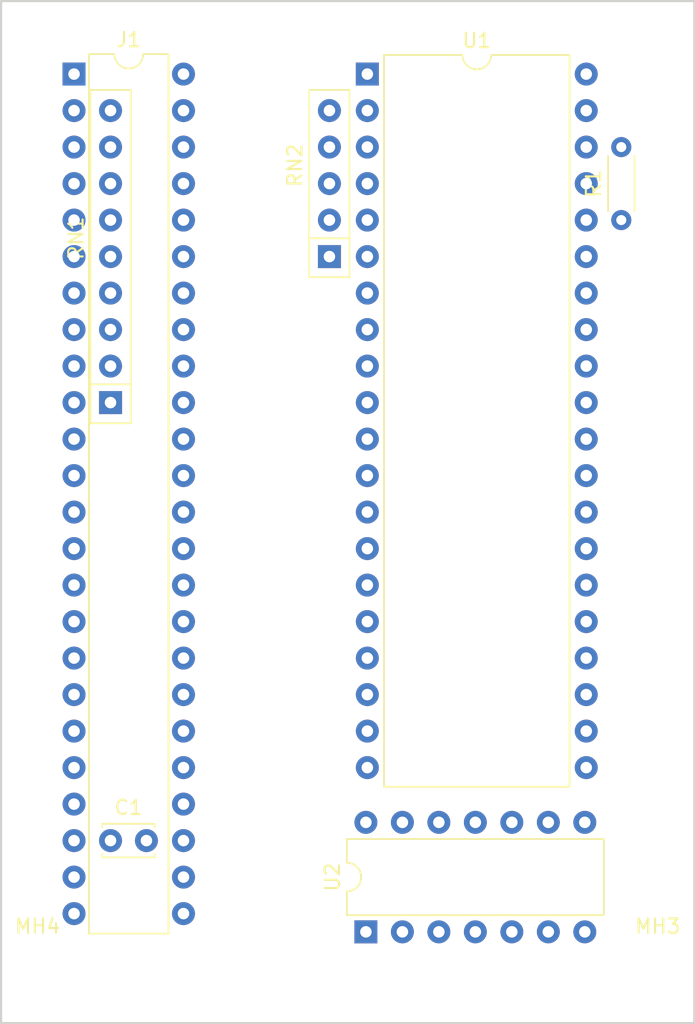
<source format=kicad_pcb>
(kicad_pcb (version 20171130) (host pcbnew 5.1.5+dfsg1-2build2)

  (general
    (thickness 1.6)
    (drawings 4)
    (tracks 0)
    (zones 0)
    (modules 11)
    (nets 51)
  )

  (page A4)
  (layers
    (0 F.Cu signal hide)
    (31 B.Cu signal)
    (32 B.Adhes user)
    (33 F.Adhes user)
    (34 B.Paste user)
    (35 F.Paste user)
    (36 B.SilkS user)
    (37 F.SilkS user)
    (38 B.Mask user)
    (39 F.Mask user)
    (40 Dwgs.User user)
    (41 Cmts.User user)
    (42 Eco1.User user)
    (43 Eco2.User user)
    (44 Edge.Cuts user)
    (45 Margin user)
    (46 B.CrtYd user)
    (47 F.CrtYd user)
    (48 B.Fab user)
    (49 F.Fab user)
  )

  (setup
    (last_trace_width 0.2)
    (user_trace_width 0.2)
    (user_trace_width 0.4)
    (user_trace_width 0.6)
    (user_trace_width 0.8)
    (user_trace_width 1)
    (user_trace_width 1.2)
    (user_trace_width 1.6)
    (user_trace_width 2)
    (trace_clearance 0.2)
    (zone_clearance 0.35)
    (zone_45_only no)
    (trace_min 0.1524)
    (via_size 0.6)
    (via_drill 0.3)
    (via_min_size 0.5)
    (via_min_drill 0.2)
    (user_via 0.9 0.5)
    (user_via 1.2 0.8)
    (user_via 1.4 0.9)
    (user_via 1.5 1)
    (uvia_size 0.3)
    (uvia_drill 0.1)
    (uvias_allowed no)
    (uvia_min_size 0.2)
    (uvia_min_drill 0.1)
    (edge_width 0.15)
    (segment_width 0.2)
    (pcb_text_width 0.3)
    (pcb_text_size 1.5 1.5)
    (mod_edge_width 0.15)
    (mod_text_size 1 1)
    (mod_text_width 0.15)
    (pad_size 3.2 3.2)
    (pad_drill 3.2)
    (pad_to_mask_clearance 0.051)
    (solder_mask_min_width 0.25)
    (aux_axis_origin 101 70)
    (grid_origin 101 70)
    (visible_elements FFFDFF7F)
    (pcbplotparams
      (layerselection 0x010fc_ffffffff)
      (usegerberextensions false)
      (usegerberattributes false)
      (usegerberadvancedattributes false)
      (creategerberjobfile false)
      (excludeedgelayer true)
      (linewidth 0.100000)
      (plotframeref false)
      (viasonmask false)
      (mode 1)
      (useauxorigin false)
      (hpglpennumber 1)
      (hpglpenspeed 20)
      (hpglpendiameter 15.000000)
      (psnegative false)
      (psa4output false)
      (plotreference true)
      (plotvalue true)
      (plotinvisibletext false)
      (padsonsilk false)
      (subtractmaskfromsilk false)
      (outputformat 1)
      (mirror false)
      (drillshape 1)
      (scaleselection 1)
      (outputdirectory ""))
  )

  (net 0 "")
  (net 1 VCC)
  (net 2 GND)
  (net 3 /P53)
  (net 4 "Net-(J1-Pad30)")
  (net 5 /P26)
  (net 6 "Net-(J1-Pad27)")
  (net 7 /P27)
  (net 8 /P47)
  (net 9 /P46)
  (net 10 "Net-(J1-Pad26)")
  (net 11 "Net-(J1-Pad19)")
  (net 12 /P25)
  (net 13 /P24)
  (net 14 /P23)
  (net 15 /P22)
  (net 16 /P21)
  (net 17 /P20)
  (net 18 /P34)
  (net 19 "Net-(J1-Pad10)")
  (net 20 /P35)
  (net 21 /P17)
  (net 22 /P36)
  (net 23 /P16)
  (net 24 "Net-(J1-Pad39)")
  (net 25 /P15)
  (net 26 /P14)
  (net 27 /P41)
  (net 28 /P13)
  (net 29 /P42)
  (net 30 /P12)
  (net 31 /P11)
  (net 32 /P10)
  (net 33 /P33)
  (net 34 /P32)
  (net 35 /P31)
  (net 36 /P30)
  (net 37 /P51)
  (net 38 /P55)
  (net 39 /P43)
  (net 40 /P37)
  (net 41 /P52)
  (net 42 /P45)
  (net 43 /P54)
  (net 44 /P44)
  (net 45 /P40)
  (net 46 /P50)
  (net 47 "Net-(U1-Pad40)")
  (net 48 "Net-(U1-Pad37)")
  (net 49 "Net-(U1-Pad36)")
  (net 50 "Net-(U2-Pad11)")

  (net_class Default "This is the default net class."
    (clearance 0.2)
    (trace_width 0.2)
    (via_dia 0.6)
    (via_drill 0.3)
    (uvia_dia 0.3)
    (uvia_drill 0.1)
    (diff_pair_width 0.2)
    (diff_pair_gap 0.2)
    (add_net /P10)
    (add_net /P11)
    (add_net /P12)
    (add_net /P13)
    (add_net /P14)
    (add_net /P15)
    (add_net /P16)
    (add_net /P17)
    (add_net /P20)
    (add_net /P21)
    (add_net /P22)
    (add_net /P23)
    (add_net /P24)
    (add_net /P25)
    (add_net /P26)
    (add_net /P27)
    (add_net /P30)
    (add_net /P31)
    (add_net /P32)
    (add_net /P33)
    (add_net /P34)
    (add_net /P35)
    (add_net /P36)
    (add_net /P37)
    (add_net /P40)
    (add_net /P41)
    (add_net /P42)
    (add_net /P43)
    (add_net /P44)
    (add_net /P45)
    (add_net /P46)
    (add_net /P47)
    (add_net /P50)
    (add_net /P51)
    (add_net /P52)
    (add_net /P53)
    (add_net /P54)
    (add_net /P55)
    (add_net GND)
    (add_net "Net-(J1-Pad10)")
    (add_net "Net-(J1-Pad19)")
    (add_net "Net-(J1-Pad26)")
    (add_net "Net-(J1-Pad27)")
    (add_net "Net-(J1-Pad30)")
    (add_net "Net-(J1-Pad39)")
    (add_net "Net-(U1-Pad36)")
    (add_net "Net-(U1-Pad37)")
    (add_net "Net-(U1-Pad40)")
    (add_net "Net-(U2-Pad11)")
    (add_net VCC)
  )

  (module Resistor_THT:R_Axial_DIN0204_L3.6mm_D1.6mm_P5.08mm_Horizontal (layer F.Cu) (tedit 5AE5139B) (tstamp 61DC0343)
    (at 141.64 82.7 90)
    (descr "Resistor, Axial_DIN0204 series, Axial, Horizontal, pin pitch=5.08mm, 0.167W, length*diameter=3.6*1.6mm^2, http://cdn-reichelt.de/documents/datenblatt/B400/1_4W%23YAG.pdf")
    (tags "Resistor Axial_DIN0204 series Axial Horizontal pin pitch 5.08mm 0.167W length 3.6mm diameter 1.6mm")
    (path /61FAB9CE)
    (fp_text reference R1 (at 2.54 -1.92 90) (layer F.SilkS)
      (effects (font (size 1 1) (thickness 0.15)))
    )
    (fp_text value 10k (at 2.54 1.92 90) (layer F.Fab)
      (effects (font (size 1 1) (thickness 0.15)))
    )
    (fp_text user %R (at 2.54 0 90) (layer F.Fab)
      (effects (font (size 0.72 0.72) (thickness 0.108)))
    )
    (fp_line (start 6.03 -1.05) (end -0.95 -1.05) (layer F.CrtYd) (width 0.05))
    (fp_line (start 6.03 1.05) (end 6.03 -1.05) (layer F.CrtYd) (width 0.05))
    (fp_line (start -0.95 1.05) (end 6.03 1.05) (layer F.CrtYd) (width 0.05))
    (fp_line (start -0.95 -1.05) (end -0.95 1.05) (layer F.CrtYd) (width 0.05))
    (fp_line (start 0.62 0.92) (end 4.46 0.92) (layer F.SilkS) (width 0.12))
    (fp_line (start 0.62 -0.92) (end 4.46 -0.92) (layer F.SilkS) (width 0.12))
    (fp_line (start 5.08 0) (end 4.34 0) (layer F.Fab) (width 0.1))
    (fp_line (start 0 0) (end 0.74 0) (layer F.Fab) (width 0.1))
    (fp_line (start 4.34 -0.8) (end 0.74 -0.8) (layer F.Fab) (width 0.1))
    (fp_line (start 4.34 0.8) (end 4.34 -0.8) (layer F.Fab) (width 0.1))
    (fp_line (start 0.74 0.8) (end 4.34 0.8) (layer F.Fab) (width 0.1))
    (fp_line (start 0.74 -0.8) (end 0.74 0.8) (layer F.Fab) (width 0.1))
    (pad 2 thru_hole oval (at 5.08 0 90) (size 1.4 1.4) (drill 0.7) (layers *.Cu *.Mask)
      (net 42 /P45))
    (pad 1 thru_hole circle (at 0 0 90) (size 1.4 1.4) (drill 0.7) (layers *.Cu *.Mask)
      (net 1 VCC))
    (model ${KISYS3DMOD}/Resistor_THT.3dshapes/R_Axial_DIN0204_L3.6mm_D1.6mm_P5.08mm_Horizontal.wrl
      (at (xyz 0 0 0))
      (scale (xyz 1 1 1))
      (rotate (xyz 0 0 0))
    )
  )

  (module Resistor_THT:R_Array_SIP5 (layer F.Cu) (tedit 5A14249F) (tstamp 61DBF75A)
    (at 121.32 85.24 90)
    (descr "5-pin Resistor SIP pack")
    (tags R)
    (path /61DFCF09)
    (fp_text reference RN2 (at 6.35 -2.4 90) (layer F.SilkS)
      (effects (font (size 1 1) (thickness 0.15)))
    )
    (fp_text value 10k (at 6.35 2.4 90) (layer F.Fab)
      (effects (font (size 1 1) (thickness 0.15)))
    )
    (fp_line (start 11.9 -1.65) (end -1.7 -1.65) (layer F.CrtYd) (width 0.05))
    (fp_line (start 11.9 1.65) (end 11.9 -1.65) (layer F.CrtYd) (width 0.05))
    (fp_line (start -1.7 1.65) (end 11.9 1.65) (layer F.CrtYd) (width 0.05))
    (fp_line (start -1.7 -1.65) (end -1.7 1.65) (layer F.CrtYd) (width 0.05))
    (fp_line (start 1.27 -1.4) (end 1.27 1.4) (layer F.SilkS) (width 0.12))
    (fp_line (start 11.6 -1.4) (end -1.44 -1.4) (layer F.SilkS) (width 0.12))
    (fp_line (start 11.6 1.4) (end 11.6 -1.4) (layer F.SilkS) (width 0.12))
    (fp_line (start -1.44 1.4) (end 11.6 1.4) (layer F.SilkS) (width 0.12))
    (fp_line (start -1.44 -1.4) (end -1.44 1.4) (layer F.SilkS) (width 0.12))
    (fp_line (start 1.27 -1.25) (end 1.27 1.25) (layer F.Fab) (width 0.1))
    (fp_line (start 11.45 -1.25) (end -1.29 -1.25) (layer F.Fab) (width 0.1))
    (fp_line (start 11.45 1.25) (end 11.45 -1.25) (layer F.Fab) (width 0.1))
    (fp_line (start -1.29 1.25) (end 11.45 1.25) (layer F.Fab) (width 0.1))
    (fp_line (start -1.29 -1.25) (end -1.29 1.25) (layer F.Fab) (width 0.1))
    (fp_text user %R (at 5.08 0 90) (layer F.Fab)
      (effects (font (size 1 1) (thickness 0.15)))
    )
    (pad 5 thru_hole oval (at 10.16 0 90) (size 1.6 1.6) (drill 0.8) (layers *.Cu *.Mask)
      (net 41 /P52))
    (pad 4 thru_hole oval (at 7.62 0 90) (size 1.6 1.6) (drill 0.8) (layers *.Cu *.Mask)
      (net 46 /P50))
    (pad 3 thru_hole oval (at 5.08 0 90) (size 1.6 1.6) (drill 0.8) (layers *.Cu *.Mask)
      (net 29 /P42))
    (pad 2 thru_hole oval (at 2.54 0 90) (size 1.6 1.6) (drill 0.8) (layers *.Cu *.Mask)
      (net 39 /P43))
    (pad 1 thru_hole rect (at 0 0 90) (size 1.6 1.6) (drill 0.8) (layers *.Cu *.Mask)
      (net 1 VCC))
    (model ${KISYS3DMOD}/Resistor_THT.3dshapes/R_Array_SIP5.wrl
      (at (xyz 0 0 0))
      (scale (xyz 1 1 1))
      (rotate (xyz 0 0 0))
    )
  )

  (module Capacitor_THT:C_Disc_D3.4mm_W2.1mm_P2.50mm (layer F.Cu) (tedit 5AE50EF0) (tstamp 61A4670F)
    (at 106.08 125.88)
    (descr "C, Disc series, Radial, pin pitch=2.50mm, , diameter*width=3.4*2.1mm^2, Capacitor, http://www.vishay.com/docs/45233/krseries.pdf")
    (tags "C Disc series Radial pin pitch 2.50mm  diameter 3.4mm width 2.1mm Capacitor")
    (path /5D0E12B4)
    (fp_text reference C1 (at 1.25 -2.3) (layer F.SilkS)
      (effects (font (size 1 1) (thickness 0.15)))
    )
    (fp_text value 0.1u (at 1.25 2.3) (layer F.Fab)
      (effects (font (size 1 1) (thickness 0.15)))
    )
    (fp_text user %R (at 1.25 0) (layer F.Fab)
      (effects (font (size 0.68 0.68) (thickness 0.102)))
    )
    (fp_line (start 3.55 -1.3) (end -1.05 -1.3) (layer F.CrtYd) (width 0.05))
    (fp_line (start 3.55 1.3) (end 3.55 -1.3) (layer F.CrtYd) (width 0.05))
    (fp_line (start -1.05 1.3) (end 3.55 1.3) (layer F.CrtYd) (width 0.05))
    (fp_line (start -1.05 -1.3) (end -1.05 1.3) (layer F.CrtYd) (width 0.05))
    (fp_line (start 3.07 0.925) (end 3.07 1.17) (layer F.SilkS) (width 0.12))
    (fp_line (start 3.07 -1.17) (end 3.07 -0.925) (layer F.SilkS) (width 0.12))
    (fp_line (start -0.57 0.925) (end -0.57 1.17) (layer F.SilkS) (width 0.12))
    (fp_line (start -0.57 -1.17) (end -0.57 -0.925) (layer F.SilkS) (width 0.12))
    (fp_line (start -0.57 1.17) (end 3.07 1.17) (layer F.SilkS) (width 0.12))
    (fp_line (start -0.57 -1.17) (end 3.07 -1.17) (layer F.SilkS) (width 0.12))
    (fp_line (start 2.95 -1.05) (end -0.45 -1.05) (layer F.Fab) (width 0.1))
    (fp_line (start 2.95 1.05) (end 2.95 -1.05) (layer F.Fab) (width 0.1))
    (fp_line (start -0.45 1.05) (end 2.95 1.05) (layer F.Fab) (width 0.1))
    (fp_line (start -0.45 -1.05) (end -0.45 1.05) (layer F.Fab) (width 0.1))
    (pad 2 thru_hole circle (at 2.5 0) (size 1.6 1.6) (drill 0.8) (layers *.Cu *.Mask)
      (net 2 GND))
    (pad 1 thru_hole circle (at 0 0) (size 1.6 1.6) (drill 0.8) (layers *.Cu *.Mask)
      (net 1 VCC))
    (model ${KISYS3DMOD}/Capacitor_THT.3dshapes/C_Disc_D3.4mm_W2.1mm_P2.50mm.wrl
      (at (xyz 0 0 0))
      (scale (xyz 1 1 1))
      (rotate (xyz 0 0 0))
    )
  )

  (module Package_DIP:DIP-14_W7.62mm (layer F.Cu) (tedit 5A02E8C5) (tstamp 61A4532E)
    (at 123.86 132.23 90)
    (descr "14-lead though-hole mounted DIP package, row spacing 7.62 mm (300 mils)")
    (tags "THT DIP DIL PDIP 2.54mm 7.62mm 300mil")
    (path /61C25355)
    (fp_text reference U2 (at 3.81 -2.33 90) (layer F.SilkS)
      (effects (font (size 1 1) (thickness 0.15)))
    )
    (fp_text value 74HC126 (at 3.81 17.57 90) (layer F.Fab)
      (effects (font (size 1 1) (thickness 0.15)))
    )
    (fp_text user %R (at 3.81 7.62 90) (layer F.Fab)
      (effects (font (size 1 1) (thickness 0.15)))
    )
    (fp_line (start 8.7 -1.55) (end -1.1 -1.55) (layer F.CrtYd) (width 0.05))
    (fp_line (start 8.7 16.8) (end 8.7 -1.55) (layer F.CrtYd) (width 0.05))
    (fp_line (start -1.1 16.8) (end 8.7 16.8) (layer F.CrtYd) (width 0.05))
    (fp_line (start -1.1 -1.55) (end -1.1 16.8) (layer F.CrtYd) (width 0.05))
    (fp_line (start 6.46 -1.33) (end 4.81 -1.33) (layer F.SilkS) (width 0.12))
    (fp_line (start 6.46 16.57) (end 6.46 -1.33) (layer F.SilkS) (width 0.12))
    (fp_line (start 1.16 16.57) (end 6.46 16.57) (layer F.SilkS) (width 0.12))
    (fp_line (start 1.16 -1.33) (end 1.16 16.57) (layer F.SilkS) (width 0.12))
    (fp_line (start 2.81 -1.33) (end 1.16 -1.33) (layer F.SilkS) (width 0.12))
    (fp_line (start 0.635 -0.27) (end 1.635 -1.27) (layer F.Fab) (width 0.1))
    (fp_line (start 0.635 16.51) (end 0.635 -0.27) (layer F.Fab) (width 0.1))
    (fp_line (start 6.985 16.51) (end 0.635 16.51) (layer F.Fab) (width 0.1))
    (fp_line (start 6.985 -1.27) (end 6.985 16.51) (layer F.Fab) (width 0.1))
    (fp_line (start 1.635 -1.27) (end 6.985 -1.27) (layer F.Fab) (width 0.1))
    (fp_arc (start 3.81 -1.33) (end 2.81 -1.33) (angle -180) (layer F.SilkS) (width 0.12))
    (pad 14 thru_hole oval (at 7.62 0 90) (size 1.6 1.6) (drill 0.8) (layers *.Cu *.Mask)
      (net 1 VCC))
    (pad 7 thru_hole oval (at 0 15.24 90) (size 1.6 1.6) (drill 0.8) (layers *.Cu *.Mask)
      (net 2 GND))
    (pad 13 thru_hole oval (at 7.62 2.54 90) (size 1.6 1.6) (drill 0.8) (layers *.Cu *.Mask)
      (net 2 GND))
    (pad 6 thru_hole oval (at 0 12.7 90) (size 1.6 1.6) (drill 0.8) (layers *.Cu *.Mask)
      (net 49 "Net-(U1-Pad36)"))
    (pad 12 thru_hole oval (at 7.62 5.08 90) (size 1.6 1.6) (drill 0.8) (layers *.Cu *.Mask)
      (net 2 GND))
    (pad 5 thru_hole oval (at 0 10.16 90) (size 1.6 1.6) (drill 0.8) (layers *.Cu *.Mask)
      (net 43 /P54))
    (pad 11 thru_hole oval (at 7.62 7.62 90) (size 1.6 1.6) (drill 0.8) (layers *.Cu *.Mask)
      (net 50 "Net-(U2-Pad11)"))
    (pad 4 thru_hole oval (at 0 7.62 90) (size 1.6 1.6) (drill 0.8) (layers *.Cu *.Mask)
      (net 1 VCC))
    (pad 10 thru_hole oval (at 7.62 10.16 90) (size 1.6 1.6) (drill 0.8) (layers *.Cu *.Mask)
      (net 1 VCC))
    (pad 3 thru_hole oval (at 0 5.08 90) (size 1.6 1.6) (drill 0.8) (layers *.Cu *.Mask)
      (net 48 "Net-(U1-Pad37)"))
    (pad 9 thru_hole oval (at 7.62 12.7 90) (size 1.6 1.6) (drill 0.8) (layers *.Cu *.Mask)
      (net 3 /P53))
    (pad 2 thru_hole oval (at 0 2.54 90) (size 1.6 1.6) (drill 0.8) (layers *.Cu *.Mask)
      (net 9 /P46))
    (pad 8 thru_hole oval (at 7.62 15.24 90) (size 1.6 1.6) (drill 0.8) (layers *.Cu *.Mask)
      (net 47 "Net-(U1-Pad40)"))
    (pad 1 thru_hole rect (at 0 0 90) (size 1.6 1.6) (drill 0.8) (layers *.Cu *.Mask)
      (net 1 VCC))
    (model ${KISYS3DMOD}/Package_DIP.3dshapes/DIP-14_W7.62mm.wrl
      (at (xyz 0 0 0))
      (scale (xyz 1 1 1))
      (rotate (xyz 0 0 0))
    )
  )

  (module Resistor_THT:R_Array_SIP9 (layer F.Cu) (tedit 5A14249F) (tstamp 61A4413C)
    (at 106.08 95.4 90)
    (descr "9-pin Resistor SIP pack")
    (tags R)
    (path /61B0C4FB)
    (fp_text reference RN1 (at 11.43 -2.4 90) (layer F.SilkS)
      (effects (font (size 1 1) (thickness 0.15)))
    )
    (fp_text value 10k (at 11.43 2.4 90) (layer F.Fab)
      (effects (font (size 1 1) (thickness 0.15)))
    )
    (fp_line (start 22.05 -1.65) (end -1.7 -1.65) (layer F.CrtYd) (width 0.05))
    (fp_line (start 22.05 1.65) (end 22.05 -1.65) (layer F.CrtYd) (width 0.05))
    (fp_line (start -1.7 1.65) (end 22.05 1.65) (layer F.CrtYd) (width 0.05))
    (fp_line (start -1.7 -1.65) (end -1.7 1.65) (layer F.CrtYd) (width 0.05))
    (fp_line (start 1.27 -1.4) (end 1.27 1.4) (layer F.SilkS) (width 0.12))
    (fp_line (start 21.76 -1.4) (end -1.44 -1.4) (layer F.SilkS) (width 0.12))
    (fp_line (start 21.76 1.4) (end 21.76 -1.4) (layer F.SilkS) (width 0.12))
    (fp_line (start -1.44 1.4) (end 21.76 1.4) (layer F.SilkS) (width 0.12))
    (fp_line (start -1.44 -1.4) (end -1.44 1.4) (layer F.SilkS) (width 0.12))
    (fp_line (start 1.27 -1.25) (end 1.27 1.25) (layer F.Fab) (width 0.1))
    (fp_line (start 21.61 -1.25) (end -1.29 -1.25) (layer F.Fab) (width 0.1))
    (fp_line (start 21.61 1.25) (end 21.61 -1.25) (layer F.Fab) (width 0.1))
    (fp_line (start -1.29 1.25) (end 21.61 1.25) (layer F.Fab) (width 0.1))
    (fp_line (start -1.29 -1.25) (end -1.29 1.25) (layer F.Fab) (width 0.1))
    (fp_text user %R (at 10.16 0 90) (layer F.Fab)
      (effects (font (size 1 1) (thickness 0.15)))
    )
    (pad 9 thru_hole oval (at 20.32 0 90) (size 1.6 1.6) (drill 0.8) (layers *.Cu *.Mask)
      (net 32 /P10))
    (pad 8 thru_hole oval (at 17.78 0 90) (size 1.6 1.6) (drill 0.8) (layers *.Cu *.Mask)
      (net 31 /P11))
    (pad 7 thru_hole oval (at 15.24 0 90) (size 1.6 1.6) (drill 0.8) (layers *.Cu *.Mask)
      (net 30 /P12))
    (pad 6 thru_hole oval (at 12.7 0 90) (size 1.6 1.6) (drill 0.8) (layers *.Cu *.Mask)
      (net 28 /P13))
    (pad 5 thru_hole oval (at 10.16 0 90) (size 1.6 1.6) (drill 0.8) (layers *.Cu *.Mask)
      (net 26 /P14))
    (pad 4 thru_hole oval (at 7.62 0 90) (size 1.6 1.6) (drill 0.8) (layers *.Cu *.Mask)
      (net 25 /P15))
    (pad 3 thru_hole oval (at 5.08 0 90) (size 1.6 1.6) (drill 0.8) (layers *.Cu *.Mask)
      (net 23 /P16))
    (pad 2 thru_hole oval (at 2.54 0 90) (size 1.6 1.6) (drill 0.8) (layers *.Cu *.Mask)
      (net 21 /P17))
    (pad 1 thru_hole rect (at 0 0 90) (size 1.6 1.6) (drill 0.8) (layers *.Cu *.Mask)
      (net 1 VCC))
    (model ${KISYS3DMOD}/Resistor_THT.3dshapes/R_Array_SIP9.wrl
      (at (xyz 0 0 0))
      (scale (xyz 1 1 1))
      (rotate (xyz 0 0 0))
    )
  )

  (module Package_DIP:DIP-40_W15.24mm (layer F.Cu) (tedit 5A02E8C5) (tstamp 61A43B86)
    (at 123.96 72.54)
    (descr "40-lead though-hole mounted DIP package, row spacing 15.24 mm (600 mils)")
    (tags "THT DIP DIL PDIP 2.54mm 15.24mm 600mil")
    (path /61AE147F)
    (fp_text reference U1 (at 7.62 -2.33) (layer F.SilkS)
      (effects (font (size 1 1) (thickness 0.15)))
    )
    (fp_text value W65C816S (at 7.62 50.59) (layer F.Fab)
      (effects (font (size 1 1) (thickness 0.15)))
    )
    (fp_text user %R (at 7.62 24.13) (layer F.Fab)
      (effects (font (size 1 1) (thickness 0.15)))
    )
    (fp_line (start 16.3 -1.55) (end -1.05 -1.55) (layer F.CrtYd) (width 0.05))
    (fp_line (start 16.3 49.8) (end 16.3 -1.55) (layer F.CrtYd) (width 0.05))
    (fp_line (start -1.05 49.8) (end 16.3 49.8) (layer F.CrtYd) (width 0.05))
    (fp_line (start -1.05 -1.55) (end -1.05 49.8) (layer F.CrtYd) (width 0.05))
    (fp_line (start 14.08 -1.33) (end 8.62 -1.33) (layer F.SilkS) (width 0.12))
    (fp_line (start 14.08 49.59) (end 14.08 -1.33) (layer F.SilkS) (width 0.12))
    (fp_line (start 1.16 49.59) (end 14.08 49.59) (layer F.SilkS) (width 0.12))
    (fp_line (start 1.16 -1.33) (end 1.16 49.59) (layer F.SilkS) (width 0.12))
    (fp_line (start 6.62 -1.33) (end 1.16 -1.33) (layer F.SilkS) (width 0.12))
    (fp_line (start 0.255 -0.27) (end 1.255 -1.27) (layer F.Fab) (width 0.1))
    (fp_line (start 0.255 49.53) (end 0.255 -0.27) (layer F.Fab) (width 0.1))
    (fp_line (start 14.985 49.53) (end 0.255 49.53) (layer F.Fab) (width 0.1))
    (fp_line (start 14.985 -1.27) (end 14.985 49.53) (layer F.Fab) (width 0.1))
    (fp_line (start 1.255 -1.27) (end 14.985 -1.27) (layer F.Fab) (width 0.1))
    (fp_arc (start 7.62 -1.33) (end 6.62 -1.33) (angle -180) (layer F.SilkS) (width 0.12))
    (pad 40 thru_hole oval (at 15.24 0) (size 1.6 1.6) (drill 0.8) (layers *.Cu *.Mask)
      (net 47 "Net-(U1-Pad40)"))
    (pad 20 thru_hole oval (at 0 48.26) (size 1.6 1.6) (drill 0.8) (layers *.Cu *.Mask)
      (net 33 /P33))
    (pad 39 thru_hole oval (at 15.24 2.54) (size 1.6 1.6) (drill 0.8) (layers *.Cu *.Mask)
      (net 8 /P47))
    (pad 19 thru_hole oval (at 0 45.72) (size 1.6 1.6) (drill 0.8) (layers *.Cu *.Mask)
      (net 34 /P32))
    (pad 38 thru_hole oval (at 15.24 5.08) (size 1.6 1.6) (drill 0.8) (layers *.Cu *.Mask)
      (net 42 /P45))
    (pad 18 thru_hole oval (at 0 43.18) (size 1.6 1.6) (drill 0.8) (layers *.Cu *.Mask)
      (net 35 /P31))
    (pad 37 thru_hole oval (at 15.24 7.62) (size 1.6 1.6) (drill 0.8) (layers *.Cu *.Mask)
      (net 48 "Net-(U1-Pad37)"))
    (pad 17 thru_hole oval (at 0 40.64) (size 1.6 1.6) (drill 0.8) (layers *.Cu *.Mask)
      (net 36 /P30))
    (pad 36 thru_hole oval (at 15.24 10.16) (size 1.6 1.6) (drill 0.8) (layers *.Cu *.Mask)
      (net 49 "Net-(U1-Pad36)"))
    (pad 16 thru_hole oval (at 0 38.1) (size 1.6 1.6) (drill 0.8) (layers *.Cu *.Mask)
      (net 7 /P27))
    (pad 35 thru_hole oval (at 15.24 12.7) (size 1.6 1.6) (drill 0.8) (layers *.Cu *.Mask)
      (net 45 /P40))
    (pad 15 thru_hole oval (at 0 35.56) (size 1.6 1.6) (drill 0.8) (layers *.Cu *.Mask)
      (net 5 /P26))
    (pad 34 thru_hole oval (at 15.24 15.24) (size 1.6 1.6) (drill 0.8) (layers *.Cu *.Mask)
      (net 27 /P41))
    (pad 14 thru_hole oval (at 0 33.02) (size 1.6 1.6) (drill 0.8) (layers *.Cu *.Mask)
      (net 12 /P25))
    (pad 33 thru_hole oval (at 15.24 17.78) (size 1.6 1.6) (drill 0.8) (layers *.Cu *.Mask)
      (net 32 /P10))
    (pad 13 thru_hole oval (at 0 30.48) (size 1.6 1.6) (drill 0.8) (layers *.Cu *.Mask)
      (net 13 /P24))
    (pad 32 thru_hole oval (at 15.24 20.32) (size 1.6 1.6) (drill 0.8) (layers *.Cu *.Mask)
      (net 31 /P11))
    (pad 12 thru_hole oval (at 0 27.94) (size 1.6 1.6) (drill 0.8) (layers *.Cu *.Mask)
      (net 14 /P23))
    (pad 31 thru_hole oval (at 15.24 22.86) (size 1.6 1.6) (drill 0.8) (layers *.Cu *.Mask)
      (net 30 /P12))
    (pad 11 thru_hole oval (at 0 25.4) (size 1.6 1.6) (drill 0.8) (layers *.Cu *.Mask)
      (net 15 /P22))
    (pad 30 thru_hole oval (at 15.24 25.4) (size 1.6 1.6) (drill 0.8) (layers *.Cu *.Mask)
      (net 28 /P13))
    (pad 10 thru_hole oval (at 0 22.86) (size 1.6 1.6) (drill 0.8) (layers *.Cu *.Mask)
      (net 16 /P21))
    (pad 29 thru_hole oval (at 15.24 27.94) (size 1.6 1.6) (drill 0.8) (layers *.Cu *.Mask)
      (net 26 /P14))
    (pad 9 thru_hole oval (at 0 20.32) (size 1.6 1.6) (drill 0.8) (layers *.Cu *.Mask)
      (net 17 /P20))
    (pad 28 thru_hole oval (at 15.24 30.48) (size 1.6 1.6) (drill 0.8) (layers *.Cu *.Mask)
      (net 25 /P15))
    (pad 8 thru_hole oval (at 0 17.78) (size 1.6 1.6) (drill 0.8) (layers *.Cu *.Mask)
      (net 1 VCC))
    (pad 27 thru_hole oval (at 15.24 33.02) (size 1.6 1.6) (drill 0.8) (layers *.Cu *.Mask)
      (net 23 /P16))
    (pad 7 thru_hole oval (at 0 15.24) (size 1.6 1.6) (drill 0.8) (layers *.Cu *.Mask)
      (net 37 /P51))
    (pad 26 thru_hole oval (at 15.24 35.56) (size 1.6 1.6) (drill 0.8) (layers *.Cu *.Mask)
      (net 21 /P17))
    (pad 6 thru_hole oval (at 0 12.7) (size 1.6 1.6) (drill 0.8) (layers *.Cu *.Mask)
      (net 39 /P43))
    (pad 25 thru_hole oval (at 15.24 38.1) (size 1.6 1.6) (drill 0.8) (layers *.Cu *.Mask)
      (net 40 /P37))
    (pad 5 thru_hole oval (at 0 10.16) (size 1.6 1.6) (drill 0.8) (layers *.Cu *.Mask)
      (net 44 /P44))
    (pad 24 thru_hole oval (at 15.24 40.64) (size 1.6 1.6) (drill 0.8) (layers *.Cu *.Mask)
      (net 22 /P36))
    (pad 4 thru_hole oval (at 0 7.62) (size 1.6 1.6) (drill 0.8) (layers *.Cu *.Mask)
      (net 29 /P42))
    (pad 23 thru_hole oval (at 15.24 43.18) (size 1.6 1.6) (drill 0.8) (layers *.Cu *.Mask)
      (net 20 /P35))
    (pad 3 thru_hole oval (at 0 5.08) (size 1.6 1.6) (drill 0.8) (layers *.Cu *.Mask)
      (net 46 /P50))
    (pad 22 thru_hole oval (at 15.24 45.72) (size 1.6 1.6) (drill 0.8) (layers *.Cu *.Mask)
      (net 18 /P34))
    (pad 2 thru_hole oval (at 0 2.54) (size 1.6 1.6) (drill 0.8) (layers *.Cu *.Mask)
      (net 41 /P52))
    (pad 21 thru_hole oval (at 15.24 48.26) (size 1.6 1.6) (drill 0.8) (layers *.Cu *.Mask)
      (net 2 GND))
    (pad 1 thru_hole rect (at 0 0) (size 1.6 1.6) (drill 0.8) (layers *.Cu *.Mask)
      (net 38 /P55))
    (model ${KISYS3DMOD}/Package_DIP.3dshapes/DIP-40_W15.24mm.wrl
      (at (xyz 0 0 0))
      (scale (xyz 1 1 1))
      (rotate (xyz 0 0 0))
    )
  )

  (module 0-LocalLibrary:DIP-48_W7.62mm (layer F.Cu) (tedit 6198C9C5) (tstamp 619927F2)
    (at 103.54 72.54)
    (descr "48-lead dip package, row spacing 7.62 mm (300 mils)")
    (tags "DIL DIP PDIP 2.54mm 7.62mm 300mill")
    (path /618CC1AA)
    (fp_text reference J1 (at 3.81 -2.39) (layer F.SilkS)
      (effects (font (size 1 1) (thickness 0.15)))
    )
    (fp_text value BionicConnector (at 5.08 60.96) (layer F.Fab)
      (effects (font (size 1 1) (thickness 0.15)))
    )
    (fp_line (start 8.68 60.02) (end 8.68 18.72) (layer F.CrtYd) (width 0.05))
    (fp_line (start 7.365 59.69) (end 0.255 59.69) (layer F.Fab) (width 0.1))
    (fp_line (start 0.255 59.69) (end 0.255 20.05) (layer F.Fab) (width 0.1))
    (fp_line (start -1.1 60.02) (end 8.68 60.02) (layer F.CrtYd) (width 0.05))
    (fp_line (start -1.1 18.72) (end -1.1 60.02) (layer F.CrtYd) (width 0.05))
    (fp_line (start 6.58 59.81) (end 6.58 18.93) (layer F.SilkS) (width 0.12))
    (fp_line (start 1.04 59.81) (end 6.58 59.81) (layer F.SilkS) (width 0.12))
    (fp_line (start 1.04 18.93) (end 1.04 59.81) (layer F.SilkS) (width 0.12))
    (fp_line (start 7.365 19.05) (end 7.365 59.69) (layer F.Fab) (width 0.1))
    (fp_arc (start 3.81 -1.39) (end 2.81 -1.39) (angle -180) (layer F.SilkS) (width 0.12))
    (fp_line (start 8.68 -1.6) (end -1.1 -1.6) (layer F.CrtYd) (width 0.05))
    (fp_line (start 8.68 39.7) (end 8.68 -1.6) (layer F.CrtYd) (width 0.05))
    (fp_line (start -1.1 -1.6) (end -1.1 39.7) (layer F.CrtYd) (width 0.05))
    (fp_line (start 6.58 -1.39) (end 4.81 -1.39) (layer F.SilkS) (width 0.12))
    (fp_line (start 6.58 39.49) (end 6.58 -1.39) (layer F.SilkS) (width 0.12))
    (fp_line (start 1.04 -1.39) (end 1.04 39.49) (layer F.SilkS) (width 0.12))
    (fp_line (start 2.81 -1.39) (end 1.04 -1.39) (layer F.SilkS) (width 0.12))
    (fp_line (start 0.255 -0.27) (end 1.255 -1.27) (layer F.Fab) (width 0.1))
    (fp_line (start 0.255 39.37) (end 0.255 -0.27) (layer F.Fab) (width 0.1))
    (fp_line (start 7.365 -1.27) (end 7.365 39.37) (layer F.Fab) (width 0.1))
    (fp_line (start 1.255 -1.27) (end 7.365 -1.27) (layer F.Fab) (width 0.1))
    (fp_text user %R (at 3.81 19.05) (layer F.Fab)
      (effects (font (size 1 1) (thickness 0.15)))
    )
    (pad 20 thru_hole oval (at 0 48.26) (size 1.6 1.6) (drill 0.8) (layers *.Cu *.Mask)
      (net 46 /P50))
    (pad 24 thru_hole oval (at 0 58.42) (size 1.6 1.6) (drill 0.8) (layers *.Cu *.Mask)
      (net 1 VCC))
    (pad 25 thru_hole oval (at 7.62 58.42) (size 1.6 1.6) (drill 0.8) (layers *.Cu *.Mask)
      (net 1 VCC))
    (pad 23 thru_hole oval (at 0 55.88) (size 1.6 1.6) (drill 0.8) (layers *.Cu *.Mask)
      (net 3 /P53))
    (pad 30 thru_hole oval (at 7.62 45.72) (size 1.6 1.6) (drill 0.8) (layers *.Cu *.Mask)
      (net 4 "Net-(J1-Pad30)"))
    (pad 21 thru_hole oval (at 0 50.8) (size 1.6 1.6) (drill 0.8) (layers *.Cu *.Mask)
      (net 37 /P51))
    (pad 17 thru_hole oval (at 0 40.64) (size 1.6 1.6) (drill 0.8) (layers *.Cu *.Mask)
      (net 5 /P26))
    (pad 22 thru_hole oval (at 0 53.34) (size 1.6 1.6) (drill 0.8) (layers *.Cu *.Mask)
      (net 41 /P52))
    (pad 27 thru_hole oval (at 7.62 53.34) (size 1.6 1.6) (drill 0.8) (layers *.Cu *.Mask)
      (net 6 "Net-(J1-Pad27)"))
    (pad 18 thru_hole oval (at 0 43.18) (size 1.6 1.6) (drill 0.8) (layers *.Cu *.Mask)
      (net 7 /P27))
    (pad 31 thru_hole oval (at 7.62 43.18) (size 1.6 1.6) (drill 0.8) (layers *.Cu *.Mask)
      (net 8 /P47))
    (pad 28 thru_hole oval (at 7.62 50.8) (size 1.6 1.6) (drill 0.8) (layers *.Cu *.Mask)
      (net 38 /P55))
    (pad 29 thru_hole oval (at 7.62 48.26) (size 1.6 1.6) (drill 0.8) (layers *.Cu *.Mask)
      (net 43 /P54))
    (pad 32 thru_hole oval (at 7.62 40.64) (size 1.6 1.6) (drill 0.8) (layers *.Cu *.Mask)
      (net 9 /P46))
    (pad 26 thru_hole oval (at 7.62 55.88) (size 1.6 1.6) (drill 0.8) (layers *.Cu *.Mask)
      (net 10 "Net-(J1-Pad26)"))
    (pad 19 thru_hole oval (at 0 45.72) (size 1.6 1.6) (drill 0.8) (layers *.Cu *.Mask)
      (net 11 "Net-(J1-Pad19)"))
    (pad 48 thru_hole oval (at 7.62 0) (size 1.6 1.6) (drill 0.8) (layers *.Cu *.Mask)
      (net 2 GND))
    (pad 16 thru_hole oval (at 0 38.1) (size 1.6 1.6) (drill 0.8) (layers *.Cu *.Mask)
      (net 12 /P25))
    (pad 47 thru_hole oval (at 7.62 2.54) (size 1.6 1.6) (drill 0.8) (layers *.Cu *.Mask)
      (net 36 /P30))
    (pad 15 thru_hole oval (at 0 35.56) (size 1.6 1.6) (drill 0.8) (layers *.Cu *.Mask)
      (net 13 /P24))
    (pad 46 thru_hole oval (at 7.62 5.08) (size 1.6 1.6) (drill 0.8) (layers *.Cu *.Mask)
      (net 35 /P31))
    (pad 14 thru_hole oval (at 0 33.02) (size 1.6 1.6) (drill 0.8) (layers *.Cu *.Mask)
      (net 14 /P23))
    (pad 45 thru_hole oval (at 7.62 7.62) (size 1.6 1.6) (drill 0.8) (layers *.Cu *.Mask)
      (net 34 /P32))
    (pad 13 thru_hole oval (at 0 30.48) (size 1.6 1.6) (drill 0.8) (layers *.Cu *.Mask)
      (net 15 /P22))
    (pad 44 thru_hole oval (at 7.62 10.16) (size 1.6 1.6) (drill 0.8) (layers *.Cu *.Mask)
      (net 33 /P33))
    (pad 12 thru_hole oval (at 0 27.94) (size 1.6 1.6) (drill 0.8) (layers *.Cu *.Mask)
      (net 16 /P21))
    (pad 43 thru_hole oval (at 7.62 12.7) (size 1.6 1.6) (drill 0.8) (layers *.Cu *.Mask)
      (net 18 /P34))
    (pad 11 thru_hole oval (at 0 25.4) (size 1.6 1.6) (drill 0.8) (layers *.Cu *.Mask)
      (net 17 /P20))
    (pad 42 thru_hole oval (at 7.62 15.24) (size 1.6 1.6) (drill 0.8) (layers *.Cu *.Mask)
      (net 20 /P35))
    (pad 10 thru_hole oval (at 0 22.86) (size 1.6 1.6) (drill 0.8) (layers *.Cu *.Mask)
      (net 19 "Net-(J1-Pad10)"))
    (pad 41 thru_hole oval (at 7.62 17.78) (size 1.6 1.6) (drill 0.8) (layers *.Cu *.Mask)
      (net 22 /P36))
    (pad 9 thru_hole oval (at 0 20.32) (size 1.6 1.6) (drill 0.8) (layers *.Cu *.Mask)
      (net 21 /P17))
    (pad 40 thru_hole oval (at 7.62 20.32) (size 1.6 1.6) (drill 0.8) (layers *.Cu *.Mask)
      (net 40 /P37))
    (pad 8 thru_hole oval (at 0 17.78) (size 1.6 1.6) (drill 0.8) (layers *.Cu *.Mask)
      (net 23 /P16))
    (pad 39 thru_hole oval (at 7.62 22.86) (size 1.6 1.6) (drill 0.8) (layers *.Cu *.Mask)
      (net 24 "Net-(J1-Pad39)"))
    (pad 7 thru_hole oval (at 0 15.24) (size 1.6 1.6) (drill 0.8) (layers *.Cu *.Mask)
      (net 25 /P15))
    (pad 38 thru_hole oval (at 7.62 25.4) (size 1.6 1.6) (drill 0.8) (layers *.Cu *.Mask)
      (net 45 /P40))
    (pad 6 thru_hole oval (at 0 12.7) (size 1.6 1.6) (drill 0.8) (layers *.Cu *.Mask)
      (net 26 /P14))
    (pad 37 thru_hole oval (at 7.62 27.94) (size 1.6 1.6) (drill 0.8) (layers *.Cu *.Mask)
      (net 27 /P41))
    (pad 5 thru_hole oval (at 0 10.16) (size 1.6 1.6) (drill 0.8) (layers *.Cu *.Mask)
      (net 28 /P13))
    (pad 36 thru_hole oval (at 7.62 30.48) (size 1.6 1.6) (drill 0.8) (layers *.Cu *.Mask)
      (net 29 /P42))
    (pad 4 thru_hole oval (at 0 7.62) (size 1.6 1.6) (drill 0.8) (layers *.Cu *.Mask)
      (net 30 /P12))
    (pad 35 thru_hole oval (at 7.62 33.02) (size 1.6 1.6) (drill 0.8) (layers *.Cu *.Mask)
      (net 39 /P43))
    (pad 3 thru_hole oval (at 0 5.08) (size 1.6 1.6) (drill 0.8) (layers *.Cu *.Mask)
      (net 31 /P11))
    (pad 34 thru_hole oval (at 7.62 35.56) (size 1.6 1.6) (drill 0.8) (layers *.Cu *.Mask)
      (net 44 /P44))
    (pad 2 thru_hole oval (at 0 2.54) (size 1.6 1.6) (drill 0.8) (layers *.Cu *.Mask)
      (net 32 /P10))
    (pad 33 thru_hole oval (at 7.62 38.1) (size 1.6 1.6) (drill 0.8) (layers *.Cu *.Mask)
      (net 42 /P45))
    (pad 1 thru_hole rect (at 0 0) (size 1.6 1.6) (drill 0.8) (layers *.Cu *.Mask)
      (net 2 GND))
    (model ${KISYS3DMOD}/Package_DIP.3dshapes/DIP-32_W7.62mm.wrl
      (at (xyz 0 0 0))
      (scale (xyz 1 1 1))
      (rotate (xyz 0 0 0))
    )
  )

  (module MountingHole:MountingHole_3.2mm_M3 (layer F.Cu) (tedit 56D1B4CB) (tstamp 618AA90D)
    (at 101 136.04)
    (descr "Mounting Hole 3.2mm, no annular, M3")
    (tags "mounting hole 3.2mm no annular m3")
    (attr virtual)
    (fp_text reference MH4 (at 0 -4.2) (layer F.SilkS)
      (effects (font (size 1 1) (thickness 0.15)))
    )
    (fp_text value MountingHole_3.2mm_M3 (at 0 4.2) (layer F.Fab)
      (effects (font (size 1 1) (thickness 0.15)))
    )
    (fp_circle (center 0 0) (end 3.45 0) (layer F.CrtYd) (width 0.05))
    (fp_circle (center 0 0) (end 3.2 0) (layer Cmts.User) (width 0.15))
    (fp_text user %R (at 0.3 0) (layer F.Fab)
      (effects (font (size 1 1) (thickness 0.15)))
    )
    (pad 1 np_thru_hole circle (at 0 0) (size 3.2 3.2) (drill 3.2) (layers *.Cu *.Mask))
  )

  (module MountingHole:MountingHole_3.2mm_M3 (layer F.Cu) (tedit 56D1B4CB) (tstamp 618AA8EF)
    (at 144.18 136.04)
    (descr "Mounting Hole 3.2mm, no annular, M3")
    (tags "mounting hole 3.2mm no annular m3")
    (attr virtual)
    (fp_text reference MH3 (at 0 -4.2) (layer F.SilkS)
      (effects (font (size 1 1) (thickness 0.15)))
    )
    (fp_text value MountingHole_3.2mm_M3 (at 0 4.2) (layer F.Fab)
      (effects (font (size 1 1) (thickness 0.15)))
    )
    (fp_circle (center 0 0) (end 3.45 0) (layer F.CrtYd) (width 0.05))
    (fp_circle (center 0 0) (end 3.2 0) (layer Cmts.User) (width 0.15))
    (fp_text user %R (at 0.3 0) (layer F.Fab)
      (effects (font (size 1 1) (thickness 0.15)))
    )
    (pad 1 np_thru_hole circle (at 0 0) (size 3.2 3.2) (drill 3.2) (layers *.Cu *.Mask))
  )

  (module MountingHole:MountingHole_3.2mm_M3 (layer F.Cu) (tedit 56D1B4CB) (tstamp 618AA8C0)
    (at 144.18 70)
    (descr "Mounting Hole 3.2mm, no annular, M3")
    (tags "mounting hole 3.2mm no annular m3")
    (attr virtual)
    (fp_text reference MH2 (at 0 -4.2) (layer F.SilkS)
      (effects (font (size 1 1) (thickness 0.15)))
    )
    (fp_text value MountingHole_3.2mm_M3 (at 0 4.2) (layer F.Fab)
      (effects (font (size 1 1) (thickness 0.15)))
    )
    (fp_circle (center 0 0) (end 3.45 0) (layer F.CrtYd) (width 0.05))
    (fp_circle (center 0 0) (end 3.2 0) (layer Cmts.User) (width 0.15))
    (fp_text user %R (at 0.3 0) (layer F.Fab)
      (effects (font (size 1 1) (thickness 0.15)))
    )
    (pad 1 np_thru_hole circle (at 0 0) (size 3.2 3.2) (drill 3.2) (layers *.Cu *.Mask))
  )

  (module MountingHole:MountingHole_3.2mm_M3 (layer F.Cu) (tedit 618A6455) (tstamp 618AA897)
    (at 101 70)
    (descr "Mounting Hole 3.2mm, no annular, M3")
    (tags "mounting hole 3.2mm no annular m3")
    (attr virtual)
    (fp_text reference MH1 (at 0 -4.2) (layer F.SilkS)
      (effects (font (size 1 1) (thickness 0.15)))
    )
    (fp_text value MountingHole_3.2mm_M3 (at 0 4.2) (layer F.Fab)
      (effects (font (size 1 1) (thickness 0.15)))
    )
    (fp_circle (center 0 0) (end 3.45 0) (layer F.CrtYd) (width 0.05))
    (fp_circle (center 0 0) (end 3.2 0) (layer Cmts.User) (width 0.15))
    (fp_text user %R (at 0.3 0) (layer F.Fab)
      (effects (font (size 1 1) (thickness 0.15)))
    )
    (pad "" np_thru_hole circle (at 0 0) (size 3.2 3.2) (drill 3.2) (layers *.Cu *.Mask))
  )

  (gr_line (start 98.46 138.58) (end 98.46 67.46) (layer Edge.Cuts) (width 0.15) (tstamp 618AA84D))
  (gr_line (start 146.72 138.58) (end 98.46 138.58) (layer Edge.Cuts) (width 0.15))
  (gr_line (start 146.72 67.46) (end 146.72 138.58) (layer Edge.Cuts) (width 0.15))
  (gr_line (start 98.46 67.46) (end 146.72 67.46) (layer Edge.Cuts) (width 0.15))

)

</source>
